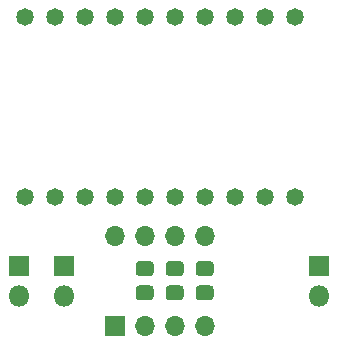
<source format=gbr>
%TF.GenerationSoftware,KiCad,Pcbnew,(5.1.6)-1*%
%TF.CreationDate,2021-03-31T10:32:31-04:00*%
%TF.ProjectId,Turbo-Display-V2,54757262-6f2d-4446-9973-706c61792d56,rev?*%
%TF.SameCoordinates,Original*%
%TF.FileFunction,Soldermask,Bot*%
%TF.FilePolarity,Negative*%
%FSLAX46Y46*%
G04 Gerber Fmt 4.6, Leading zero omitted, Abs format (unit mm)*
G04 Created by KiCad (PCBNEW (5.1.6)-1) date 2021-03-31 10:32:31*
%MOMM*%
%LPD*%
G01*
G04 APERTURE LIST*
%ADD10C,1.481000*%
%ADD11O,1.800000X1.800000*%
%ADD12R,1.800000X1.800000*%
%ADD13R,1.700000X1.700000*%
%ADD14O,1.700000X1.700000*%
G04 APERTURE END LIST*
%TO.C,C3*%
G36*
G01*
X101570262Y-99440000D02*
X100613738Y-99440000D01*
G75*
G02*
X100342000Y-99168262I0J271738D01*
G01*
X100342000Y-98461738D01*
G75*
G02*
X100613738Y-98190000I271738J0D01*
G01*
X101570262Y-98190000D01*
G75*
G02*
X101842000Y-98461738I0J-271738D01*
G01*
X101842000Y-99168262D01*
G75*
G02*
X101570262Y-99440000I-271738J0D01*
G01*
G37*
G36*
G01*
X101570262Y-97390000D02*
X100613738Y-97390000D01*
G75*
G02*
X100342000Y-97118262I0J271738D01*
G01*
X100342000Y-96411738D01*
G75*
G02*
X100613738Y-96140000I271738J0D01*
G01*
X101570262Y-96140000D01*
G75*
G02*
X101842000Y-96411738I0J-271738D01*
G01*
X101842000Y-97118262D01*
G75*
G02*
X101570262Y-97390000I-271738J0D01*
G01*
G37*
%TD*%
D10*
%TO.C,DS1_LSB1*%
X88392000Y-75438000D03*
X90932000Y-75438000D03*
X93472000Y-75438000D03*
X96012000Y-75438000D03*
X98552000Y-75438000D03*
X98552000Y-90678000D03*
X96012000Y-90678000D03*
X93472000Y-90678000D03*
X90932000Y-90678000D03*
X88392000Y-90678000D03*
%TD*%
%TO.C,DS2_MSB1*%
X101092000Y-90678000D03*
X103632000Y-90678000D03*
X106172000Y-90678000D03*
X108712000Y-90678000D03*
X111252000Y-90678000D03*
X111252000Y-75438000D03*
X108712000Y-75438000D03*
X106172000Y-75438000D03*
X103632000Y-75438000D03*
X101092000Y-75438000D03*
%TD*%
D11*
%TO.C,J1*%
X113284000Y-99060000D03*
D12*
X113284000Y-96520000D03*
%TD*%
%TO.C,J2*%
X87884000Y-96520000D03*
D11*
X87884000Y-99060000D03*
%TD*%
D12*
%TO.C,J3*%
X91694000Y-96520000D03*
D11*
X91694000Y-99060000D03*
%TD*%
%TO.C,R1*%
G36*
G01*
X103153738Y-96140000D02*
X104110262Y-96140000D01*
G75*
G02*
X104382000Y-96411738I0J-271738D01*
G01*
X104382000Y-97118262D01*
G75*
G02*
X104110262Y-97390000I-271738J0D01*
G01*
X103153738Y-97390000D01*
G75*
G02*
X102882000Y-97118262I0J271738D01*
G01*
X102882000Y-96411738D01*
G75*
G02*
X103153738Y-96140000I271738J0D01*
G01*
G37*
G36*
G01*
X103153738Y-98190000D02*
X104110262Y-98190000D01*
G75*
G02*
X104382000Y-98461738I0J-271738D01*
G01*
X104382000Y-99168262D01*
G75*
G02*
X104110262Y-99440000I-271738J0D01*
G01*
X103153738Y-99440000D01*
G75*
G02*
X102882000Y-99168262I0J271738D01*
G01*
X102882000Y-98461738D01*
G75*
G02*
X103153738Y-98190000I271738J0D01*
G01*
G37*
%TD*%
%TO.C,R2*%
G36*
G01*
X99030262Y-97390000D02*
X98073738Y-97390000D01*
G75*
G02*
X97802000Y-97118262I0J271738D01*
G01*
X97802000Y-96411738D01*
G75*
G02*
X98073738Y-96140000I271738J0D01*
G01*
X99030262Y-96140000D01*
G75*
G02*
X99302000Y-96411738I0J-271738D01*
G01*
X99302000Y-97118262D01*
G75*
G02*
X99030262Y-97390000I-271738J0D01*
G01*
G37*
G36*
G01*
X99030262Y-99440000D02*
X98073738Y-99440000D01*
G75*
G02*
X97802000Y-99168262I0J271738D01*
G01*
X97802000Y-98461738D01*
G75*
G02*
X98073738Y-98190000I271738J0D01*
G01*
X99030262Y-98190000D01*
G75*
G02*
X99302000Y-98461738I0J-271738D01*
G01*
X99302000Y-99168262D01*
G75*
G02*
X99030262Y-99440000I-271738J0D01*
G01*
G37*
%TD*%
D13*
%TO.C,U1*%
X96012000Y-101600000D03*
D14*
X103632000Y-93980000D03*
X98552000Y-101600000D03*
X101092000Y-93980000D03*
X101092000Y-101600000D03*
X98552000Y-93980000D03*
X103632000Y-101600000D03*
X96012000Y-93980000D03*
%TD*%
M02*

</source>
